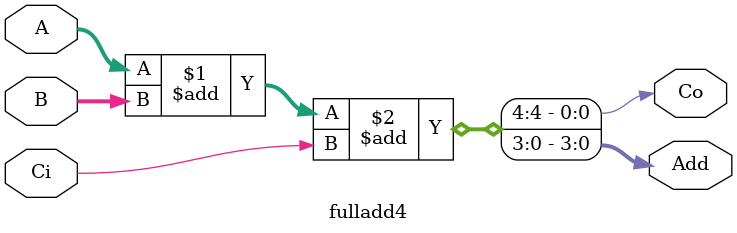
<source format=v>

module testbed;
    reg [3:0] A, B;
    wire Co;
    wire [3:0] Add;
    reg Ci;

    fulladd4 fa4(Co, Add, A, B, Ci);

    initial
    begin
 
        $monitor($time, " A = %b , B = %b, Ci = %b, Add = %b, Carry - %b", A, B, Ci, Add, Co);
        
        A = 0000 ; B = 0001 ; Ci = 1 ;
        #10
        A = 1111 ; B = 0100 ; Ci = 0 ;
        #10
        $finish;
    end
endmodule

module  fulladd4 (Co, Add, A, B, Ci);

    input [3:0] A, B;
    input Ci;
    output [3:0] Add;
    output Co;
     
    //reg [3:0] Sub;

    assign {Co, Add} = A + B + Ci;
endmodule
</source>
